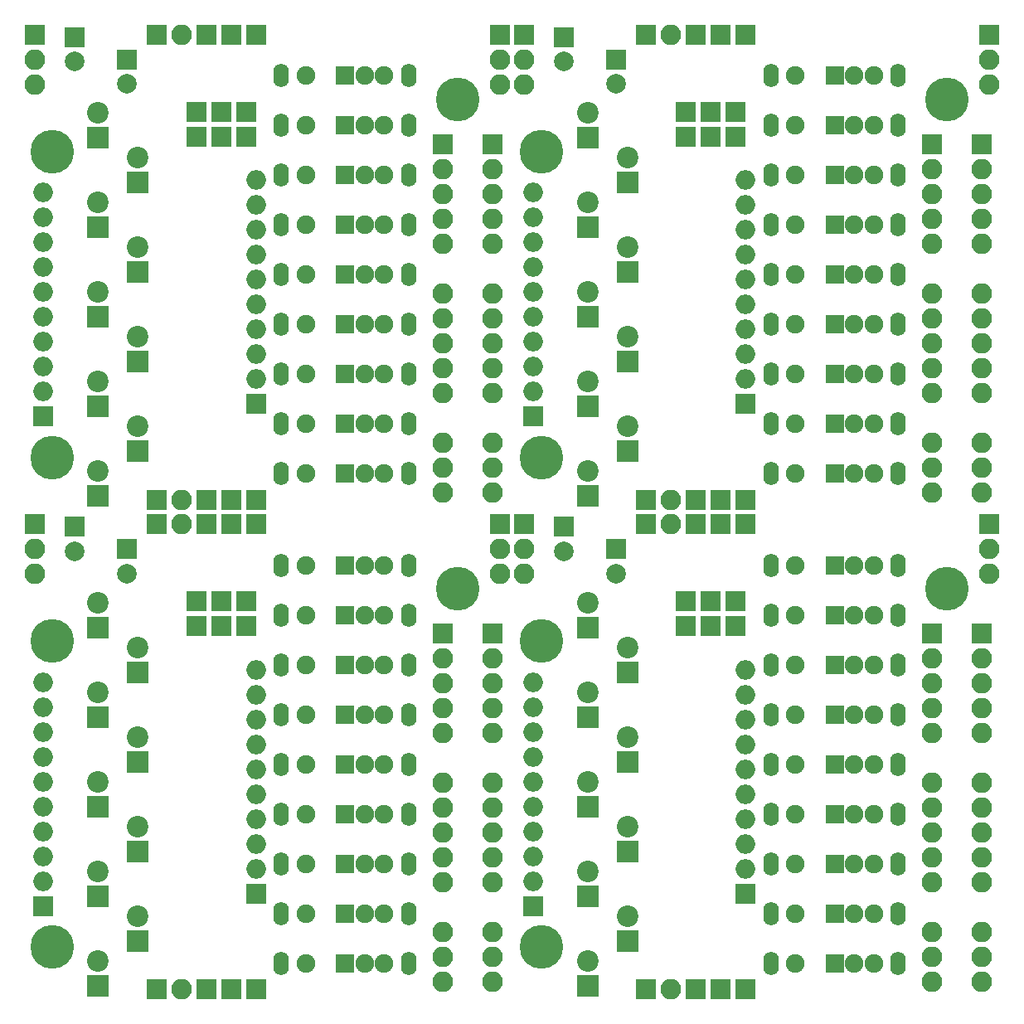
<source format=gts>
G04 #@! TF.FileFunction,Soldermask,Top*
%FSLAX46Y46*%
G04 Gerber Fmt 4.6, Leading zero omitted, Abs format (unit mm)*
G04 Created by KiCad (PCBNEW 4.0.6) date 08/30/17 14:35:40*
%MOMM*%
%LPD*%
G01*
G04 APERTURE LIST*
%ADD10C,0.100000*%
%ADD11R,2.000000X2.000000*%
%ADD12C,2.000000*%
%ADD13C,4.464000*%
%ADD14O,2.000000X2.000000*%
%ADD15R,2.200000X2.200000*%
%ADD16C,2.200000*%
%ADD17O,1.600000X2.400000*%
%ADD18R,1.900000X1.900000*%
%ADD19C,1.900000*%
%ADD20R,2.100000X2.100000*%
%ADD21O,2.100000X2.100000*%
G04 APERTURE END LIST*
D10*
D11*
X155283000Y-151473000D03*
D12*
X155283000Y-153973000D03*
D13*
X102997000Y-163157000D03*
D11*
X110617000Y-153759000D03*
D12*
X110617000Y-156259000D03*
D11*
X105283000Y-151473000D03*
D12*
X105283000Y-153973000D03*
D11*
X123825000Y-188938000D03*
D14*
X123825000Y-186398000D03*
X123825000Y-183858000D03*
X123825000Y-181318000D03*
X123825000Y-178778000D03*
X123825000Y-176238000D03*
X123825000Y-173698000D03*
X123825000Y-171158000D03*
X123825000Y-168618000D03*
X123825000Y-166078000D03*
D11*
X102108000Y-190208000D03*
D14*
X102108000Y-187668000D03*
X102108000Y-185128000D03*
X102108000Y-182588000D03*
X102108000Y-180048000D03*
X102108000Y-177508000D03*
X102108000Y-174968000D03*
X102108000Y-172428000D03*
X102108000Y-169888000D03*
X102108000Y-167348000D03*
D15*
X107696000Y-198336000D03*
D16*
X107696000Y-195796000D03*
D15*
X111760000Y-193764000D03*
D16*
X111760000Y-191224000D03*
D15*
X107696000Y-189192000D03*
D16*
X107696000Y-186652000D03*
D15*
X111760000Y-184620000D03*
D16*
X111760000Y-182080000D03*
D15*
X107696000Y-180048000D03*
D16*
X107696000Y-177508000D03*
D15*
X111760000Y-175476000D03*
D16*
X111760000Y-172936000D03*
D15*
X107696000Y-170904000D03*
D16*
X107696000Y-168364000D03*
D15*
X111760000Y-166332000D03*
D16*
X111760000Y-163792000D03*
D15*
X107696000Y-161760000D03*
D16*
X107696000Y-159220000D03*
D17*
X126405000Y-196050000D03*
X139405000Y-196050000D03*
D18*
X132905000Y-196050000D03*
D19*
X134905000Y-196050000D03*
X136905000Y-196050000D03*
X128905000Y-196050000D03*
D17*
X126405000Y-190970000D03*
X139405000Y-190970000D03*
D18*
X132905000Y-190970000D03*
D19*
X134905000Y-190970000D03*
X136905000Y-190970000D03*
X128905000Y-190970000D03*
D17*
X126405000Y-185890000D03*
X139405000Y-185890000D03*
D18*
X132905000Y-185890000D03*
D19*
X134905000Y-185890000D03*
X136905000Y-185890000D03*
X128905000Y-185890000D03*
D17*
X126405000Y-180810000D03*
X139405000Y-180810000D03*
D18*
X132905000Y-180810000D03*
D19*
X134905000Y-180810000D03*
X136905000Y-180810000D03*
X128905000Y-180810000D03*
D17*
X126405000Y-175730000D03*
X139405000Y-175730000D03*
D18*
X132905000Y-175730000D03*
D19*
X134905000Y-175730000D03*
X136905000Y-175730000D03*
X128905000Y-175730000D03*
D17*
X126405000Y-170650000D03*
X139405000Y-170650000D03*
D18*
X132905000Y-170650000D03*
D19*
X134905000Y-170650000D03*
X136905000Y-170650000D03*
X128905000Y-170650000D03*
D17*
X126405000Y-165570000D03*
X139405000Y-165570000D03*
D18*
X132905000Y-165570000D03*
D19*
X134905000Y-165570000D03*
X136905000Y-165570000D03*
X128905000Y-165570000D03*
D17*
X126405000Y-160490000D03*
X139405000Y-160490000D03*
D18*
X132905000Y-160490000D03*
D19*
X134905000Y-160490000D03*
X136905000Y-160490000D03*
X128905000Y-160490000D03*
D17*
X126405000Y-155410000D03*
X139405000Y-155410000D03*
D18*
X132905000Y-155410000D03*
D19*
X134905000Y-155410000D03*
X136905000Y-155410000D03*
X128905000Y-155410000D03*
D20*
X147955000Y-162395000D03*
D21*
X147955000Y-164935000D03*
X147955000Y-167475000D03*
X147955000Y-170015000D03*
X147955000Y-172555000D03*
X147955000Y-177635000D03*
X147955000Y-180175000D03*
X147955000Y-182715000D03*
X147955000Y-185255000D03*
X147955000Y-187795000D03*
X147955000Y-192875000D03*
X147955000Y-195415000D03*
X147955000Y-197955000D03*
D20*
X142875000Y-162395000D03*
D21*
X142875000Y-164935000D03*
X142875000Y-167475000D03*
X142875000Y-170015000D03*
X142875000Y-172555000D03*
X142875000Y-177635000D03*
X142875000Y-180175000D03*
X142875000Y-182715000D03*
X142875000Y-185255000D03*
X142875000Y-187795000D03*
X142875000Y-192875000D03*
X142875000Y-195415000D03*
X142875000Y-197955000D03*
D20*
X148717000Y-151219000D03*
D21*
X148717000Y-153759000D03*
X148717000Y-156299000D03*
D20*
X123825000Y-198717000D03*
X113665000Y-198717000D03*
D21*
X116205000Y-198717000D03*
D20*
X113665000Y-151219000D03*
D21*
X116205000Y-151219000D03*
D20*
X122809000Y-161633000D03*
X101219000Y-151219000D03*
D21*
X101219000Y-153759000D03*
X101219000Y-156299000D03*
D20*
X120269000Y-161633000D03*
X117729000Y-161633000D03*
X118745000Y-198717000D03*
X121285000Y-198717000D03*
X122809000Y-159093000D03*
X120269000Y-159093000D03*
X123825000Y-151219000D03*
X121285000Y-151219000D03*
X118745000Y-151219000D03*
X117729000Y-159093000D03*
D13*
X102997000Y-194399000D03*
X144399000Y-157823000D03*
X194399000Y-157823000D03*
X152997000Y-194399000D03*
D20*
X167729000Y-159093000D03*
X168745000Y-151219000D03*
X171285000Y-151219000D03*
X173825000Y-151219000D03*
X170269000Y-159093000D03*
X172809000Y-159093000D03*
X171285000Y-198717000D03*
X168745000Y-198717000D03*
X167729000Y-161633000D03*
X170269000Y-161633000D03*
X151219000Y-151219000D03*
D21*
X151219000Y-153759000D03*
X151219000Y-156299000D03*
D20*
X172809000Y-161633000D03*
X163665000Y-151219000D03*
D21*
X166205000Y-151219000D03*
D20*
X163665000Y-198717000D03*
D21*
X166205000Y-198717000D03*
D20*
X173825000Y-198717000D03*
X198717000Y-151219000D03*
D21*
X198717000Y-153759000D03*
X198717000Y-156299000D03*
D20*
X192875000Y-162395000D03*
D21*
X192875000Y-164935000D03*
X192875000Y-167475000D03*
X192875000Y-170015000D03*
X192875000Y-172555000D03*
X192875000Y-177635000D03*
X192875000Y-180175000D03*
X192875000Y-182715000D03*
X192875000Y-185255000D03*
X192875000Y-187795000D03*
X192875000Y-192875000D03*
X192875000Y-195415000D03*
X192875000Y-197955000D03*
D20*
X197955000Y-162395000D03*
D21*
X197955000Y-164935000D03*
X197955000Y-167475000D03*
X197955000Y-170015000D03*
X197955000Y-172555000D03*
X197955000Y-177635000D03*
X197955000Y-180175000D03*
X197955000Y-182715000D03*
X197955000Y-185255000D03*
X197955000Y-187795000D03*
X197955000Y-192875000D03*
X197955000Y-195415000D03*
X197955000Y-197955000D03*
D17*
X176405000Y-155410000D03*
X189405000Y-155410000D03*
D18*
X182905000Y-155410000D03*
D19*
X184905000Y-155410000D03*
X186905000Y-155410000D03*
X178905000Y-155410000D03*
D17*
X176405000Y-160490000D03*
X189405000Y-160490000D03*
D18*
X182905000Y-160490000D03*
D19*
X184905000Y-160490000D03*
X186905000Y-160490000D03*
X178905000Y-160490000D03*
D17*
X176405000Y-165570000D03*
X189405000Y-165570000D03*
D18*
X182905000Y-165570000D03*
D19*
X184905000Y-165570000D03*
X186905000Y-165570000D03*
X178905000Y-165570000D03*
D17*
X176405000Y-170650000D03*
X189405000Y-170650000D03*
D18*
X182905000Y-170650000D03*
D19*
X184905000Y-170650000D03*
X186905000Y-170650000D03*
X178905000Y-170650000D03*
D17*
X176405000Y-175730000D03*
X189405000Y-175730000D03*
D18*
X182905000Y-175730000D03*
D19*
X184905000Y-175730000D03*
X186905000Y-175730000D03*
X178905000Y-175730000D03*
D17*
X176405000Y-180810000D03*
X189405000Y-180810000D03*
D18*
X182905000Y-180810000D03*
D19*
X184905000Y-180810000D03*
X186905000Y-180810000D03*
X178905000Y-180810000D03*
D17*
X176405000Y-185890000D03*
X189405000Y-185890000D03*
D18*
X182905000Y-185890000D03*
D19*
X184905000Y-185890000D03*
X186905000Y-185890000D03*
X178905000Y-185890000D03*
D17*
X176405000Y-190970000D03*
X189405000Y-190970000D03*
D18*
X182905000Y-190970000D03*
D19*
X184905000Y-190970000D03*
X186905000Y-190970000D03*
X178905000Y-190970000D03*
D17*
X176405000Y-196050000D03*
X189405000Y-196050000D03*
D18*
X182905000Y-196050000D03*
D19*
X184905000Y-196050000D03*
X186905000Y-196050000D03*
X178905000Y-196050000D03*
D15*
X157696000Y-161760000D03*
D16*
X157696000Y-159220000D03*
D15*
X161760000Y-166332000D03*
D16*
X161760000Y-163792000D03*
D15*
X157696000Y-170904000D03*
D16*
X157696000Y-168364000D03*
D15*
X161760000Y-175476000D03*
D16*
X161760000Y-172936000D03*
D15*
X157696000Y-180048000D03*
D16*
X157696000Y-177508000D03*
D15*
X161760000Y-184620000D03*
D16*
X161760000Y-182080000D03*
D15*
X157696000Y-189192000D03*
D16*
X157696000Y-186652000D03*
D15*
X161760000Y-193764000D03*
D16*
X161760000Y-191224000D03*
D15*
X157696000Y-198336000D03*
D16*
X157696000Y-195796000D03*
D11*
X152108000Y-190208000D03*
D14*
X152108000Y-187668000D03*
X152108000Y-185128000D03*
X152108000Y-182588000D03*
X152108000Y-180048000D03*
X152108000Y-177508000D03*
X152108000Y-174968000D03*
X152108000Y-172428000D03*
X152108000Y-169888000D03*
X152108000Y-167348000D03*
D11*
X173825000Y-188938000D03*
D14*
X173825000Y-186398000D03*
X173825000Y-183858000D03*
X173825000Y-181318000D03*
X173825000Y-178778000D03*
X173825000Y-176238000D03*
X173825000Y-173698000D03*
X173825000Y-171158000D03*
X173825000Y-168618000D03*
X173825000Y-166078000D03*
D11*
X160617000Y-153759000D03*
D12*
X160617000Y-156259000D03*
D13*
X152997000Y-163157000D03*
X152997000Y-113157000D03*
D11*
X160617000Y-103759000D03*
D12*
X160617000Y-106259000D03*
D11*
X155283000Y-101473000D03*
D12*
X155283000Y-103973000D03*
D11*
X173825000Y-138938000D03*
D14*
X173825000Y-136398000D03*
X173825000Y-133858000D03*
X173825000Y-131318000D03*
X173825000Y-128778000D03*
X173825000Y-126238000D03*
X173825000Y-123698000D03*
X173825000Y-121158000D03*
X173825000Y-118618000D03*
X173825000Y-116078000D03*
D11*
X152108000Y-140208000D03*
D14*
X152108000Y-137668000D03*
X152108000Y-135128000D03*
X152108000Y-132588000D03*
X152108000Y-130048000D03*
X152108000Y-127508000D03*
X152108000Y-124968000D03*
X152108000Y-122428000D03*
X152108000Y-119888000D03*
X152108000Y-117348000D03*
D15*
X157696000Y-148336000D03*
D16*
X157696000Y-145796000D03*
D15*
X161760000Y-143764000D03*
D16*
X161760000Y-141224000D03*
D15*
X157696000Y-139192000D03*
D16*
X157696000Y-136652000D03*
D15*
X161760000Y-134620000D03*
D16*
X161760000Y-132080000D03*
D15*
X157696000Y-130048000D03*
D16*
X157696000Y-127508000D03*
D15*
X161760000Y-125476000D03*
D16*
X161760000Y-122936000D03*
D15*
X157696000Y-120904000D03*
D16*
X157696000Y-118364000D03*
D15*
X161760000Y-116332000D03*
D16*
X161760000Y-113792000D03*
D15*
X157696000Y-111760000D03*
D16*
X157696000Y-109220000D03*
D17*
X176405000Y-146050000D03*
X189405000Y-146050000D03*
D18*
X182905000Y-146050000D03*
D19*
X184905000Y-146050000D03*
X186905000Y-146050000D03*
X178905000Y-146050000D03*
D17*
X176405000Y-140970000D03*
X189405000Y-140970000D03*
D18*
X182905000Y-140970000D03*
D19*
X184905000Y-140970000D03*
X186905000Y-140970000D03*
X178905000Y-140970000D03*
D17*
X176405000Y-135890000D03*
X189405000Y-135890000D03*
D18*
X182905000Y-135890000D03*
D19*
X184905000Y-135890000D03*
X186905000Y-135890000D03*
X178905000Y-135890000D03*
D17*
X176405000Y-130810000D03*
X189405000Y-130810000D03*
D18*
X182905000Y-130810000D03*
D19*
X184905000Y-130810000D03*
X186905000Y-130810000D03*
X178905000Y-130810000D03*
D17*
X176405000Y-125730000D03*
X189405000Y-125730000D03*
D18*
X182905000Y-125730000D03*
D19*
X184905000Y-125730000D03*
X186905000Y-125730000D03*
X178905000Y-125730000D03*
D17*
X176405000Y-120650000D03*
X189405000Y-120650000D03*
D18*
X182905000Y-120650000D03*
D19*
X184905000Y-120650000D03*
X186905000Y-120650000D03*
X178905000Y-120650000D03*
D17*
X176405000Y-115570000D03*
X189405000Y-115570000D03*
D18*
X182905000Y-115570000D03*
D19*
X184905000Y-115570000D03*
X186905000Y-115570000D03*
X178905000Y-115570000D03*
D17*
X176405000Y-110490000D03*
X189405000Y-110490000D03*
D18*
X182905000Y-110490000D03*
D19*
X184905000Y-110490000D03*
X186905000Y-110490000D03*
X178905000Y-110490000D03*
D17*
X176405000Y-105410000D03*
X189405000Y-105410000D03*
D18*
X182905000Y-105410000D03*
D19*
X184905000Y-105410000D03*
X186905000Y-105410000D03*
X178905000Y-105410000D03*
D20*
X197955000Y-112395000D03*
D21*
X197955000Y-114935000D03*
X197955000Y-117475000D03*
X197955000Y-120015000D03*
X197955000Y-122555000D03*
X197955000Y-127635000D03*
X197955000Y-130175000D03*
X197955000Y-132715000D03*
X197955000Y-135255000D03*
X197955000Y-137795000D03*
X197955000Y-142875000D03*
X197955000Y-145415000D03*
X197955000Y-147955000D03*
D20*
X192875000Y-112395000D03*
D21*
X192875000Y-114935000D03*
X192875000Y-117475000D03*
X192875000Y-120015000D03*
X192875000Y-122555000D03*
X192875000Y-127635000D03*
X192875000Y-130175000D03*
X192875000Y-132715000D03*
X192875000Y-135255000D03*
X192875000Y-137795000D03*
X192875000Y-142875000D03*
X192875000Y-145415000D03*
X192875000Y-147955000D03*
D20*
X198717000Y-101219000D03*
D21*
X198717000Y-103759000D03*
X198717000Y-106299000D03*
D20*
X173825000Y-148717000D03*
X163665000Y-148717000D03*
D21*
X166205000Y-148717000D03*
D20*
X163665000Y-101219000D03*
D21*
X166205000Y-101219000D03*
D20*
X172809000Y-111633000D03*
X151219000Y-101219000D03*
D21*
X151219000Y-103759000D03*
X151219000Y-106299000D03*
D20*
X170269000Y-111633000D03*
X167729000Y-111633000D03*
X168745000Y-148717000D03*
X171285000Y-148717000D03*
X172809000Y-109093000D03*
X170269000Y-109093000D03*
X173825000Y-101219000D03*
X171285000Y-101219000D03*
X168745000Y-101219000D03*
X167729000Y-109093000D03*
D13*
X152997000Y-144399000D03*
X194399000Y-107823000D03*
X144399000Y-107823000D03*
X102997000Y-144399000D03*
D20*
X117729000Y-109093000D03*
X118745000Y-101219000D03*
X121285000Y-101219000D03*
X123825000Y-101219000D03*
X120269000Y-109093000D03*
X122809000Y-109093000D03*
X121285000Y-148717000D03*
X118745000Y-148717000D03*
X117729000Y-111633000D03*
X120269000Y-111633000D03*
X101219000Y-101219000D03*
D21*
X101219000Y-103759000D03*
X101219000Y-106299000D03*
D20*
X122809000Y-111633000D03*
X113665000Y-101219000D03*
D21*
X116205000Y-101219000D03*
D20*
X113665000Y-148717000D03*
D21*
X116205000Y-148717000D03*
D20*
X123825000Y-148717000D03*
X148717000Y-101219000D03*
D21*
X148717000Y-103759000D03*
X148717000Y-106299000D03*
D20*
X142875000Y-112395000D03*
D21*
X142875000Y-114935000D03*
X142875000Y-117475000D03*
X142875000Y-120015000D03*
X142875000Y-122555000D03*
X142875000Y-127635000D03*
X142875000Y-130175000D03*
X142875000Y-132715000D03*
X142875000Y-135255000D03*
X142875000Y-137795000D03*
X142875000Y-142875000D03*
X142875000Y-145415000D03*
X142875000Y-147955000D03*
D20*
X147955000Y-112395000D03*
D21*
X147955000Y-114935000D03*
X147955000Y-117475000D03*
X147955000Y-120015000D03*
X147955000Y-122555000D03*
X147955000Y-127635000D03*
X147955000Y-130175000D03*
X147955000Y-132715000D03*
X147955000Y-135255000D03*
X147955000Y-137795000D03*
X147955000Y-142875000D03*
X147955000Y-145415000D03*
X147955000Y-147955000D03*
D17*
X126405000Y-105410000D03*
X139405000Y-105410000D03*
D18*
X132905000Y-105410000D03*
D19*
X134905000Y-105410000D03*
X136905000Y-105410000D03*
X128905000Y-105410000D03*
D17*
X126405000Y-110490000D03*
X139405000Y-110490000D03*
D18*
X132905000Y-110490000D03*
D19*
X134905000Y-110490000D03*
X136905000Y-110490000D03*
X128905000Y-110490000D03*
D17*
X126405000Y-115570000D03*
X139405000Y-115570000D03*
D18*
X132905000Y-115570000D03*
D19*
X134905000Y-115570000D03*
X136905000Y-115570000D03*
X128905000Y-115570000D03*
D17*
X126405000Y-120650000D03*
X139405000Y-120650000D03*
D18*
X132905000Y-120650000D03*
D19*
X134905000Y-120650000D03*
X136905000Y-120650000D03*
X128905000Y-120650000D03*
D17*
X126405000Y-125730000D03*
X139405000Y-125730000D03*
D18*
X132905000Y-125730000D03*
D19*
X134905000Y-125730000D03*
X136905000Y-125730000D03*
X128905000Y-125730000D03*
D17*
X126405000Y-130810000D03*
X139405000Y-130810000D03*
D18*
X132905000Y-130810000D03*
D19*
X134905000Y-130810000D03*
X136905000Y-130810000D03*
X128905000Y-130810000D03*
D17*
X126405000Y-135890000D03*
X139405000Y-135890000D03*
D18*
X132905000Y-135890000D03*
D19*
X134905000Y-135890000D03*
X136905000Y-135890000D03*
X128905000Y-135890000D03*
D17*
X126405000Y-140970000D03*
X139405000Y-140970000D03*
D18*
X132905000Y-140970000D03*
D19*
X134905000Y-140970000D03*
X136905000Y-140970000D03*
X128905000Y-140970000D03*
D17*
X126405000Y-146050000D03*
X139405000Y-146050000D03*
D18*
X132905000Y-146050000D03*
D19*
X134905000Y-146050000D03*
X136905000Y-146050000D03*
X128905000Y-146050000D03*
D15*
X107696000Y-111760000D03*
D16*
X107696000Y-109220000D03*
D15*
X111760000Y-116332000D03*
D16*
X111760000Y-113792000D03*
D15*
X107696000Y-120904000D03*
D16*
X107696000Y-118364000D03*
D15*
X111760000Y-125476000D03*
D16*
X111760000Y-122936000D03*
D15*
X107696000Y-130048000D03*
D16*
X107696000Y-127508000D03*
D15*
X111760000Y-134620000D03*
D16*
X111760000Y-132080000D03*
D15*
X107696000Y-139192000D03*
D16*
X107696000Y-136652000D03*
D15*
X111760000Y-143764000D03*
D16*
X111760000Y-141224000D03*
D15*
X107696000Y-148336000D03*
D16*
X107696000Y-145796000D03*
D11*
X102108000Y-140208000D03*
D14*
X102108000Y-137668000D03*
X102108000Y-135128000D03*
X102108000Y-132588000D03*
X102108000Y-130048000D03*
X102108000Y-127508000D03*
X102108000Y-124968000D03*
X102108000Y-122428000D03*
X102108000Y-119888000D03*
X102108000Y-117348000D03*
D11*
X123825000Y-138938000D03*
D14*
X123825000Y-136398000D03*
X123825000Y-133858000D03*
X123825000Y-131318000D03*
X123825000Y-128778000D03*
X123825000Y-126238000D03*
X123825000Y-123698000D03*
X123825000Y-121158000D03*
X123825000Y-118618000D03*
X123825000Y-116078000D03*
D11*
X105283000Y-101473000D03*
D12*
X105283000Y-103973000D03*
D11*
X110617000Y-103759000D03*
D12*
X110617000Y-106259000D03*
D13*
X102997000Y-113157000D03*
M02*

</source>
